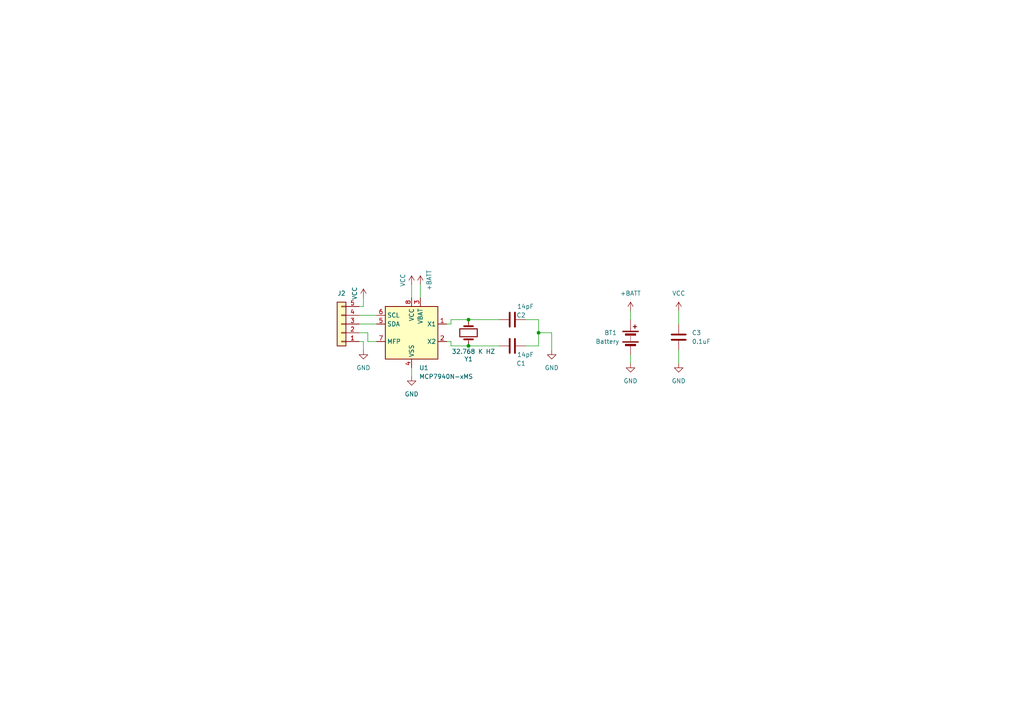
<source format=kicad_sch>
(kicad_sch (version 20230121) (generator eeschema)
  (paper "A4")
  (lib_symbols
    (symbol "Connector_Generic:Conn_01x05" (pin_names (offset 1.016) hide)
      (property "Reference" "J" (at 0 7.62 0))
      (property "Value" "Conn_01x05" (at 0 -7.62 0))
      (symbol "Conn_01x05_1_1"
        (rectangle (start -1.27 -4.953) (end 0 -5.207) (stroke (width 0.1524)))
        (rectangle (start -1.27 -2.413) (end 0 -2.667) (stroke (width 0.1524)))
        (rectangle (start -1.27 0.127) (end 0 -0.127) (stroke (width 0.1524)))
        (rectangle (start -1.27 2.667) (end 0 2.413) (stroke (width 0.1524)))
        (rectangle (start -1.27 5.207) (end 0 4.953) (stroke (width 0.1524)))
        (rectangle (start -1.27 6.35) (end 1.27 -6.35) (stroke (width 0.254)) (fill (type background)))
        (pin passive line (at -5.08 5.08 0) (length 3.81) (name "Pin_1") (number "1"))
        (pin passive line (at -5.08 2.54 0) (length 3.81) (name "Pin_2") (number "2"))
        (pin passive line (at -5.08 0 0) (length 3.81) (name "Pin_3") (number "3"))
        (pin passive line (at -5.08 -2.54 0) (length 3.81) (name "Pin_4") (number "4"))
        (pin passive line (at -5.08 -5.08 0) (length 3.81) (name "Pin_5") (number "5"))
      )
    )
    (symbol "Device:Battery" (pin_numbers hide) (pin_names (offset 0) hide)
      (property "Reference" "BT" (at 2.54 2.54 0))
      (property "Value" "Battery" (at 2.54 0 0))
      (symbol "Battery_0_1"
        (rectangle (start -2.286 -1.27) (end 2.286 -1.524) (fill (type outline)))
        (rectangle (start -2.286 1.778) (end 2.286 1.524) (fill (type outline)))
        (rectangle (start -1.524 -2.032) (end 1.524 -2.54) (fill (type outline)))
        (rectangle (start -1.524 1.016) (end 1.524 0.508) (fill (type outline)))
        (polyline (pts (xy 0 -1.016) (xy 0 -0.762)))
        (polyline (pts (xy 0 -0.508) (xy 0 -0.254)))
        (polyline (pts (xy 0 0) (xy 0 0.254)))
        (polyline (pts (xy 0 1.778) (xy 0 2.54)))
        (polyline (pts (xy 0.762 3.048) (xy 1.778 3.048)) (stroke (width 0.254)))
        (polyline (pts (xy 1.27 3.556) (xy 1.27 2.54)) (stroke (width 0.254)))
      )
      (symbol "Battery_1_1"
        (pin passive line (at 0 5.08 270) (length 2.54) (name "+") (number "1"))
        (pin passive line (at 0 -5.08 90) (length 2.54) (name "-") (number "2"))
      )
    )
    (symbol "Device:C" (pin_numbers hide) (pin_names (offset 0.254))
      (property "Reference" "C" (at 0.635 2.54 0))
      (property "Value" "C" (at 0.635 -2.54 0))
      (symbol "C_0_1"
        (polyline (pts (xy -2.032 -0.762) (xy 2.032 -0.762)) (stroke (width 0.508)))
        (polyline (pts (xy -2.032 0.762) (xy 2.032 0.762)) (stroke (width 0.508)))
      )
      (symbol "C_1_1"
        (pin passive line (at 0 3.81 270) (length 2.794) (name "~") (number "1"))
        (pin passive line (at 0 -3.81 90) (length 2.794) (name "~") (number "2"))
      )
    )
    (symbol "Device:Crystal" (pin_numbers hide) (pin_names (offset 1.016) hide)
      (property "Reference" "Y" (at 0 3.81 0))
      (property "Value" "Crystal" (at 0 -3.81 0))
      (symbol "Crystal_0_1"
        (rectangle (start -1.143 2.54) (end 1.143 -2.54) (stroke (width 0.3048)))
        (polyline (pts (xy -2.54 0) (xy -1.905 0)))
        (polyline (pts (xy -1.905 -1.27) (xy -1.905 1.27)) (stroke (width 0.508)))
        (polyline (pts (xy 1.905 -1.27) (xy 1.905 1.27)) (stroke (width 0.508)))
        (polyline (pts (xy 2.54 0) (xy 1.905 0)))
      )
      (symbol "Crystal_1_1"
        (pin passive line (at -3.81 0 0) (length 1.27) (name "1") (number "1"))
        (pin passive line (at 3.81 0 180) (length 1.27) (name "2") (number "2"))
      )
    )
    (symbol "Timer_RTC:MCP7940N-xMS"
      (property "Reference" "U" (at -6.35 8.89 0))
      (property "Value" "MCP7940N-xMS" (at 11.43 8.89 0))
      (symbol "MCP7940N-xMS_0_1"
        (rectangle (start -7.62 7.62) (end 7.62 -7.62) (stroke (width 0.254)) (fill (type background)))
      )
      (symbol "MCP7940N-xMS_1_1"
        (pin input line (at 10.16 2.54 180) (length 2.54) (name "X1") (number "1"))
        (pin output line (at 10.16 -2.54 180) (length 2.54) (name "X2") (number "2"))
        (pin power_in line (at 2.54 10.16 270) (length 2.54) (name "VBAT") (number "3"))
        (pin power_in line (at 0 -10.16 90) (length 2.54) (name "VSS") (number "4"))
        (pin bidirectional line (at -10.16 2.54 0) (length 2.54) (name "SDA") (number "5"))
        (pin input line (at -10.16 5.08 0) (length 2.54) (name "SCL") (number "6"))
        (pin open_collector line (at -10.16 -2.54 0) (length 2.54) (name "MFP") (number "7"))
        (pin power_in line (at 0 10.16 270) (length 2.54) (name "VCC") (number "8"))
      )
    )
    (symbol "power:+BATT" (power) (pin_names (offset 0))
      (property "Value" "+BATT" (at 0 3.556 0))
      (symbol "+BATT_0_1"
        (polyline (pts (xy -0.762 1.27) (xy 0 2.54)))
        (polyline (pts (xy 0 0) (xy 0 2.54)))
        (polyline (pts (xy 0 2.54) (xy 0.762 1.27)))
      )
      (symbol "+BATT_1_1"
        (pin power_in line (at 0 0 90) (length 0) hide (name "+BATT") (number "1"))
      )
    )
    (symbol "power:GND" (power) (pin_names (offset 0))
      (property "Value" "GND" (at 0 -3.81 0))
      (symbol "GND_0_1"
        (polyline (pts (xy 0 0) (xy 0 -1.27) (xy 1.27 -1.27) (xy 0 -2.54) (xy -1.27 -1.27) (xy 0 -1.27)))
      )
      (symbol "GND_1_1"
        (pin power_in line (at 0 0 270) (length 0) hide (name "GND") (number "1"))
      )
    )
    (symbol "power:VCC" (power) (pin_names (offset 0))
      (property "Value" "VCC" (at 0 3.81 0))
      (symbol "VCC_0_1"
        (polyline (pts (xy -0.762 1.27) (xy 0 2.54)))
        (polyline (pts (xy 0 0) (xy 0 2.54)))
        (polyline (pts (xy 0 2.54) (xy 0.762 1.27)))
      )
      (symbol "VCC_1_1"
        (pin power_in line (at 0 0 90) (length 0) hide (name "VCC") (number "1"))
      )
    )
  )
  (junction (at 156.21 96.52))
  (junction (at 135.89 100.33))
  (junction (at 135.89 92.71))
  (wire (pts (xy 104.14 91.44) (xy 109.22 91.44)))
  (wire (pts (xy 182.88 90.17) (xy 182.88 92.71)))
  (wire (pts (xy 130.81 100.33) (xy 135.89 100.33)))
  (wire (pts (xy 105.41 88.9) (xy 104.14 88.9)))
  (wire (pts (xy 119.38 106.68) (xy 119.38 109.22)))
  (wire (pts (xy 156.21 96.52) (xy 160.02 96.52)))
  (wire (pts (xy 156.21 96.52) (xy 156.21 92.71)))
  (wire (pts (xy 129.54 93.98) (xy 130.81 93.98)))
  (wire (pts (xy 121.92 82.55) (xy 121.92 86.36)))
  (wire (pts (xy 182.88 102.87) (xy 182.88 105.41)))
  (wire (pts (xy 130.81 99.06) (xy 130.81 100.33)))
  (wire (pts (xy 135.89 100.33) (xy 144.78 100.33)))
  (wire (pts (xy 104.14 99.06) (xy 105.41 99.06)))
  (wire (pts (xy 156.21 92.71) (xy 152.4 92.71)))
  (wire (pts (xy 130.81 93.98) (xy 130.81 92.71)))
  (wire (pts (xy 106.68 96.52) (xy 106.68 99.06)))
  (wire (pts (xy 196.85 101.6) (xy 196.85 105.41)))
  (wire (pts (xy 160.02 96.52) (xy 160.02 101.6)))
  (wire (pts (xy 156.21 100.33) (xy 156.21 96.52)))
  (wire (pts (xy 196.85 90.17) (xy 196.85 93.98)))
  (wire (pts (xy 105.41 99.06) (xy 105.41 101.6)))
  (wire (pts (xy 119.38 82.55) (xy 119.38 86.36)))
  (wire (pts (xy 104.14 96.52) (xy 106.68 96.52)))
  (wire (pts (xy 135.89 92.71) (xy 144.78 92.71)))
  (wire (pts (xy 106.68 99.06) (xy 109.22 99.06)))
  (wire (pts (xy 104.14 93.98) (xy 109.22 93.98)))
  (wire (pts (xy 152.4 100.33) (xy 156.21 100.33)))
  (wire (pts (xy 105.41 86.36) (xy 105.41 88.9)))
  (wire (pts (xy 130.81 92.71) (xy 135.89 92.71)))
  (wire (pts (xy 129.54 99.06) (xy 130.81 99.06)))
  (symbol (lib_id "power:VCC") (at 196.85 90.17 0) (unit 1)
    (property "Reference" "#PWR07" (effects hide))
    (property "Value" "VCC" (at 196.85 85.09 0))
  )
  (symbol (lib_id "Device:Battery") (at 182.88 97.79 0) (unit 1)
    (property "Reference" "BT1" (at 175.26 96.52 0) (effects (justify left)))
    (property "Value" "Battery" (at 172.72 99.06 0) (effects (justify left)))
    (property "Footprint" "Battery:BatteryHolder_Keystone_3034_1x20mm" (effects hide))
  )
  (symbol (lib_id "Device:C") (at 148.59 100.33 90) (unit 1)
    (property "Reference" "C1" (at 151.13 105.41 90))
    (property "Value" "14pF" (at 152.4 102.87 90))
    (property "Footprint" "Capacitor_SMD:C_0402_1005Metric" (effects hide))
  )
  (symbol (lib_id "Timer_RTC:MCP7940N-xMS") (at 119.38 96.52 0) (unit 1)
    (property "Reference" "U1" (at 121.5741 106.68 0) (effects (justify left)))
    (property "Value" "MCP7940N-xMS" (at 121.5741 109.22 0) (effects (justify left)))
    (property "Footprint" "Package_SO:MSOP-8_3x3mm_P0.65mm" (effects hide))
    (property "Datasheet" "http://ww1.microchip.com/downloads/en/DeviceDoc/20005010F.pdf" (effects hide))
  )
  (symbol (lib_id "power:GND") (at 182.88 105.41 0) (unit 1)
    (property "Reference" "#PWR01" (effects hide))
    (property "Value" "GND" (at 182.88 110.49 0))
  )
  (symbol (lib_id "power:+BATT") (at 182.88 90.17 0) (unit 1)
    (property "Reference" "#PWR04" (effects hide))
    (property "Value" "+BATT" (at 182.88 85.09 0))
  )
  (symbol (lib_id "Device:Crystal") (at 135.89 96.52 90) (unit 1)
    (property "Reference" "Y1" (at 134.62 104.14 90) (effects (justify right)))
    (property "Value" "32.768 K HZ" (at 131.0023 101.9666 90) (effects (justify right)))
    (property "Footprint" "MCP7940N-Devboard:Crystal_SMD_SeikoEpson_MA505-2Pin_3.5x1.8mm" (effects hide))
  )
  (symbol (lib_id "Connector_Generic:Conn_01x05") (at 99.06 93.98 180) (unit 1)
    (property "Reference" "J2" (at 99.06 85.09 0))
    (property "Value" "Conn_01x05" (effects hide))
    (property "Footprint" "Connector_PinHeader_2.54mm:PinHeader_1x05_P2.54mm_Vertical" (effects hide))
  )
  (symbol (lib_id "power:+BATT") (at 121.92 82.55 0) (unit 1)
    (property "Reference" "#PWR05" (effects hide))
    (property "Value" "+BATT" (at 124.46 81.28 90))
  )
  (symbol (lib_id "power:VCC") (at 105.41 86.36 0) (unit 1)
    (property "Reference" "#PWR010" (effects hide))
    (property "Value" "VCC" (at 102.87 85.09 90))
  )
  (symbol (lib_id "Device:C") (at 196.85 97.79 0) (unit 1)
    (property "Reference" "C3" (at 200.66 96.52 0) (effects (justify left)))
    (property "Value" "0.1uF" (at 200.66 99.06 0) (effects (justify left)))
    (property "Footprint" "Capacitor_SMD:C_0603_1608Metric" (effects hide))
  )
  (symbol (lib_id "power:GND") (at 105.41 101.6 0) (unit 1)
    (property "Reference" "#PWR09" (effects hide))
    (property "Value" "GND" (at 105.41 106.68 0))
  )
  (symbol (lib_id "power:GND") (at 119.38 109.22 0) (unit 1)
    (property "Reference" "#PWR02" (effects hide))
    (property "Value" "GND" (at 119.38 114.3 0))
  )
  (symbol (lib_id "Device:C") (at 148.59 92.71 90) (unit 1)
    (property "Reference" "C2" (at 151.13 91.44 90))
    (property "Value" "14pF" (at 152.4 88.9 90))
    (property "Footprint" "Capacitor_SMD:C_0402_1005Metric" (effects hide))
  )
  (symbol (lib_id "power:GND") (at 160.02 101.6 0) (unit 1)
    (property "Reference" "#PWR03" (effects hide))
    (property "Value" "GND" (at 160.02 106.68 0))
  )
  (symbol (lib_id "power:VCC") (at 119.38 82.55 0) (unit 1)
    (property "Reference" "#PWR06" (effects hide))
    (property "Value" "VCC" (at 116.84 81.28 90))
  )
  (symbol (lib_id "power:GND") (at 196.85 105.41 0) (unit 1)
    (property "Reference" "#PWR08" (effects hide))
    (property "Value" "GND" (at 196.85 110.49 0))
  )
)
</source>
